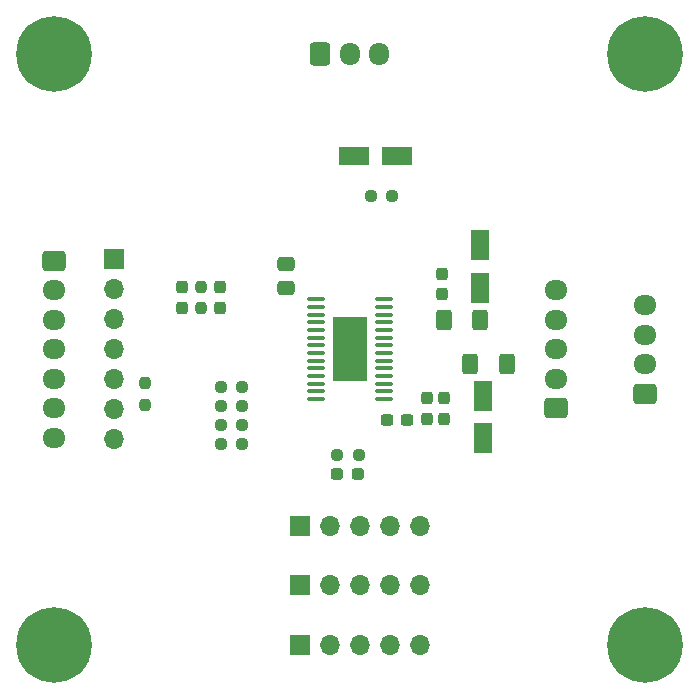
<source format=gbr>
%TF.GenerationSoftware,KiCad,Pcbnew,6.0.11-2627ca5db0~126~ubuntu22.04.1*%
%TF.CreationDate,2023-02-06T22:18:29+01:00*%
%TF.ProjectId,Stepper_Driver_TMC2225-SA-T,53746570-7065-4725-9f44-72697665725f,rev?*%
%TF.SameCoordinates,Original*%
%TF.FileFunction,Soldermask,Top*%
%TF.FilePolarity,Negative*%
%FSLAX46Y46*%
G04 Gerber Fmt 4.6, Leading zero omitted, Abs format (unit mm)*
G04 Created by KiCad (PCBNEW 6.0.11-2627ca5db0~126~ubuntu22.04.1) date 2023-02-06 22:18:29*
%MOMM*%
%LPD*%
G01*
G04 APERTURE LIST*
G04 Aperture macros list*
%AMRoundRect*
0 Rectangle with rounded corners*
0 $1 Rounding radius*
0 $2 $3 $4 $5 $6 $7 $8 $9 X,Y pos of 4 corners*
0 Add a 4 corners polygon primitive as box body*
4,1,4,$2,$3,$4,$5,$6,$7,$8,$9,$2,$3,0*
0 Add four circle primitives for the rounded corners*
1,1,$1+$1,$2,$3*
1,1,$1+$1,$4,$5*
1,1,$1+$1,$6,$7*
1,1,$1+$1,$8,$9*
0 Add four rect primitives between the rounded corners*
20,1,$1+$1,$2,$3,$4,$5,0*
20,1,$1+$1,$4,$5,$6,$7,0*
20,1,$1+$1,$6,$7,$8,$9,0*
20,1,$1+$1,$8,$9,$2,$3,0*%
G04 Aperture macros list end*
%ADD10RoundRect,0.237500X0.237500X-0.300000X0.237500X0.300000X-0.237500X0.300000X-0.237500X-0.300000X0*%
%ADD11C,0.800000*%
%ADD12C,6.400000*%
%ADD13R,1.700000X1.700000*%
%ADD14O,1.700000X1.700000*%
%ADD15RoundRect,0.237500X0.250000X0.237500X-0.250000X0.237500X-0.250000X-0.237500X0.250000X-0.237500X0*%
%ADD16RoundRect,0.237500X0.237500X-0.250000X0.237500X0.250000X-0.237500X0.250000X-0.237500X-0.250000X0*%
%ADD17RoundRect,0.237500X-0.250000X-0.237500X0.250000X-0.237500X0.250000X0.237500X-0.250000X0.237500X0*%
%ADD18RoundRect,0.237500X0.300000X0.237500X-0.300000X0.237500X-0.300000X-0.237500X0.300000X-0.237500X0*%
%ADD19RoundRect,0.237500X-0.237500X0.300000X-0.237500X-0.300000X0.237500X-0.300000X0.237500X0.300000X0*%
%ADD20RoundRect,0.250000X-1.050000X-0.550000X1.050000X-0.550000X1.050000X0.550000X-1.050000X0.550000X0*%
%ADD21RoundRect,0.250000X0.550000X-1.050000X0.550000X1.050000X-0.550000X1.050000X-0.550000X-1.050000X0*%
%ADD22RoundRect,0.237500X0.237500X-0.287500X0.237500X0.287500X-0.237500X0.287500X-0.237500X-0.287500X0*%
%ADD23RoundRect,0.237500X-0.287500X-0.237500X0.287500X-0.237500X0.287500X0.237500X-0.287500X0.237500X0*%
%ADD24RoundRect,0.250000X-0.725000X0.600000X-0.725000X-0.600000X0.725000X-0.600000X0.725000X0.600000X0*%
%ADD25O,1.950000X1.700000*%
%ADD26RoundRect,0.250000X0.725000X-0.600000X0.725000X0.600000X-0.725000X0.600000X-0.725000X-0.600000X0*%
%ADD27RoundRect,0.250000X-0.400000X-0.625000X0.400000X-0.625000X0.400000X0.625000X-0.400000X0.625000X0*%
%ADD28RoundRect,0.100000X0.637500X0.100000X-0.637500X0.100000X-0.637500X-0.100000X0.637500X-0.100000X0*%
%ADD29R,2.850000X5.400000*%
%ADD30RoundRect,0.250000X-0.600000X-0.725000X0.600000X-0.725000X0.600000X0.725000X-0.600000X0.725000X0*%
%ADD31O,1.700000X1.950000*%
%ADD32RoundRect,0.250000X-0.475000X0.337500X-0.475000X-0.337500X0.475000X-0.337500X0.475000X0.337500X0*%
%ADD33RoundRect,0.250000X-0.550000X1.050000X-0.550000X-1.050000X0.550000X-1.050000X0.550000X1.050000X0*%
G04 APERTURE END LIST*
D10*
%TO.C,C4*%
X62800000Y-50362500D03*
X62800000Y-48637500D03*
%TD*%
D11*
%TO.C,H3*%
X80000000Y-77600000D03*
X78302944Y-78302944D03*
X81697056Y-78302944D03*
X81697056Y-81697056D03*
X80000000Y-82400000D03*
D12*
X80000000Y-80000000D03*
D11*
X77600000Y-80000000D03*
X78302944Y-81697056D03*
X82400000Y-80000000D03*
%TD*%
D13*
%TO.C,J3*%
X35000000Y-47380000D03*
D14*
X35000000Y-49920000D03*
X35000000Y-52460000D03*
X35000000Y-55000000D03*
X35000000Y-57540000D03*
X35000000Y-60080000D03*
X35000000Y-62620000D03*
%TD*%
D13*
%TO.C,J6*%
X50800000Y-75000000D03*
D14*
X53340000Y-75000000D03*
X55880000Y-75000000D03*
X58420000Y-75000000D03*
X60960000Y-75000000D03*
%TD*%
D15*
%TO.C,R1*%
X58612500Y-42000000D03*
X56787500Y-42000000D03*
%TD*%
D16*
%TO.C,R2*%
X42400000Y-51537500D03*
X42400000Y-49712500D03*
%TD*%
D17*
%TO.C,R6*%
X44087500Y-61400000D03*
X45912500Y-61400000D03*
%TD*%
D18*
%TO.C,C8*%
X59862500Y-61000000D03*
X58137500Y-61000000D03*
%TD*%
D11*
%TO.C,H2*%
X77600000Y-30000000D03*
X82400000Y-30000000D03*
X78302944Y-31697056D03*
X81697056Y-28302944D03*
X78302944Y-28302944D03*
X81697056Y-31697056D03*
X80000000Y-27600000D03*
D12*
X80000000Y-30000000D03*
D11*
X80000000Y-32400000D03*
%TD*%
D15*
%TO.C,R5*%
X45912500Y-63000000D03*
X44087500Y-63000000D03*
%TD*%
D19*
%TO.C,C7*%
X61500000Y-59137500D03*
X61500000Y-60862500D03*
%TD*%
D15*
%TO.C,R3*%
X45912500Y-59800000D03*
X44087500Y-59800000D03*
%TD*%
D20*
%TO.C,C1*%
X55400000Y-38600000D03*
X59000000Y-38600000D03*
%TD*%
D13*
%TO.C,J4*%
X50800000Y-80000000D03*
D14*
X53340000Y-80000000D03*
X55880000Y-80000000D03*
X58420000Y-80000000D03*
X60960000Y-80000000D03*
%TD*%
D13*
%TO.C,J5*%
X50800000Y-70000000D03*
D14*
X53340000Y-70000000D03*
X55880000Y-70000000D03*
X58420000Y-70000000D03*
X60960000Y-70000000D03*
%TD*%
D11*
%TO.C,H4*%
X28302944Y-81697056D03*
X27600000Y-80000000D03*
X30000000Y-77600000D03*
D12*
X30000000Y-80000000D03*
D11*
X31697056Y-78302944D03*
X30000000Y-82400000D03*
X28302944Y-78302944D03*
X32400000Y-80000000D03*
X31697056Y-81697056D03*
%TD*%
D16*
%TO.C,R7*%
X37700000Y-59712500D03*
X37700000Y-57887500D03*
%TD*%
D21*
%TO.C,C6*%
X66000000Y-49800000D03*
X66000000Y-46200000D03*
%TD*%
D22*
%TO.C,D1*%
X44000000Y-51500000D03*
X44000000Y-49750000D03*
%TD*%
D23*
%TO.C,D2*%
X53937500Y-65581250D03*
X55687500Y-65581250D03*
%TD*%
D17*
%TO.C,R4*%
X44087500Y-58200000D03*
X45912500Y-58200000D03*
%TD*%
D24*
%TO.C,J2*%
X30000000Y-47500000D03*
D25*
X30000000Y-50000000D03*
X30000000Y-52500000D03*
X30000000Y-55000000D03*
X30000000Y-57500000D03*
X30000000Y-60000000D03*
X30000000Y-62500000D03*
%TD*%
D26*
%TO.C,J8*%
X72500000Y-60000000D03*
D25*
X72500000Y-57500000D03*
X72500000Y-55000000D03*
X72500000Y-52500000D03*
X72500000Y-50000000D03*
%TD*%
D27*
%TO.C,R9*%
X62950000Y-52500000D03*
X66050000Y-52500000D03*
%TD*%
D15*
%TO.C,R10*%
X55750000Y-63981250D03*
X53925000Y-63981250D03*
%TD*%
D28*
%TO.C,U1*%
X57862500Y-59225000D03*
X57862500Y-58575000D03*
X57862500Y-57925000D03*
X57862500Y-57275000D03*
X57862500Y-56625000D03*
X57862500Y-55975000D03*
X57862500Y-55325000D03*
X57862500Y-54675000D03*
X57862500Y-54025000D03*
X57862500Y-53375000D03*
X57862500Y-52725000D03*
X57862500Y-52075000D03*
X57862500Y-51425000D03*
X57862500Y-50775000D03*
X52137500Y-50775000D03*
X52137500Y-51425000D03*
X52137500Y-52075000D03*
X52137500Y-52725000D03*
X52137500Y-53375000D03*
X52137500Y-54025000D03*
X52137500Y-54675000D03*
X52137500Y-55325000D03*
X52137500Y-55975000D03*
X52137500Y-56625000D03*
X52137500Y-57275000D03*
X52137500Y-57925000D03*
X52137500Y-58575000D03*
X52137500Y-59225000D03*
D29*
X55000000Y-55000000D03*
%TD*%
D26*
%TO.C,J7*%
X80000000Y-58750000D03*
D25*
X80000000Y-56250000D03*
X80000000Y-53750000D03*
X80000000Y-51250000D03*
%TD*%
D10*
%TO.C,C2*%
X40800000Y-51487500D03*
X40800000Y-49762500D03*
%TD*%
D30*
%TO.C,J1*%
X52500000Y-30000000D03*
D31*
X55000000Y-30000000D03*
X57500000Y-30000000D03*
%TD*%
D11*
%TO.C,H1*%
X28302944Y-28302944D03*
X28302944Y-31697056D03*
X31697056Y-28302944D03*
X30000000Y-27600000D03*
X32400000Y-30000000D03*
X31697056Y-31697056D03*
D12*
X30000000Y-30000000D03*
D11*
X30000000Y-32400000D03*
X27600000Y-30000000D03*
%TD*%
D19*
%TO.C,C3*%
X63000000Y-59137500D03*
X63000000Y-60862500D03*
%TD*%
D32*
%TO.C,C9*%
X49600000Y-47762500D03*
X49600000Y-49837500D03*
%TD*%
D27*
%TO.C,R8*%
X65200000Y-56250000D03*
X68300000Y-56250000D03*
%TD*%
D33*
%TO.C,C5*%
X66250000Y-58950000D03*
X66250000Y-62550000D03*
%TD*%
M02*

</source>
